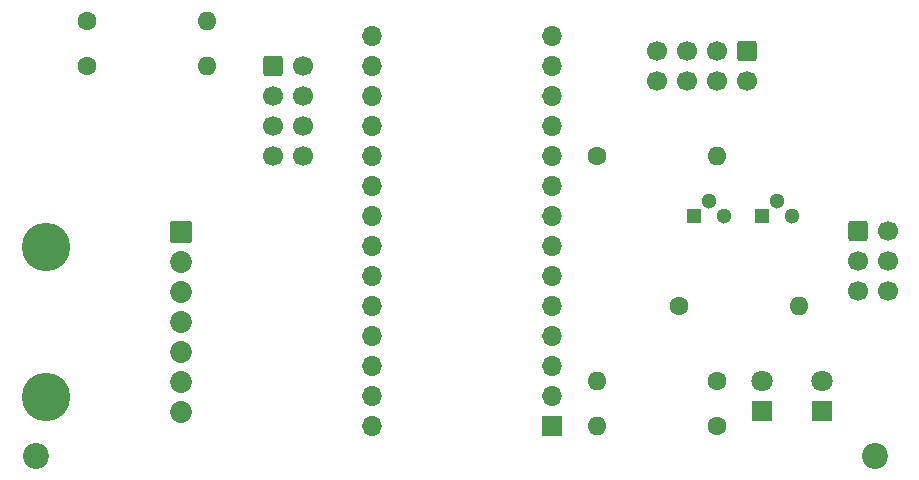
<source format=gbr>
%TF.GenerationSoftware,KiCad,Pcbnew,7.0.2*%
%TF.CreationDate,2023-05-16T00:09:37+02:00*%
%TF.ProjectId,PRO_MCU,50524f5f-4d43-4552-9e6b-696361645f70,rev?*%
%TF.SameCoordinates,Original*%
%TF.FileFunction,Soldermask,Bot*%
%TF.FilePolarity,Negative*%
%FSLAX45Y45*%
G04 Gerber Fmt 4.5, Leading zero omitted, Abs format (unit mm)*
G04 Created by KiCad (PCBNEW 7.0.2) date 2023-05-16 00:09:37*
%MOMM*%
%LPD*%
G01*
G04 APERTURE LIST*
G04 Aperture macros list*
%AMRoundRect*
0 Rectangle with rounded corners*
0 $1 Rounding radius*
0 $2 $3 $4 $5 $6 $7 $8 $9 X,Y pos of 4 corners*
0 Add a 4 corners polygon primitive as box body*
4,1,4,$2,$3,$4,$5,$6,$7,$8,$9,$2,$3,0*
0 Add four circle primitives for the rounded corners*
1,1,$1+$1,$2,$3*
1,1,$1+$1,$4,$5*
1,1,$1+$1,$6,$7*
1,1,$1+$1,$8,$9*
0 Add four rect primitives between the rounded corners*
20,1,$1+$1,$2,$3,$4,$5,0*
20,1,$1+$1,$4,$5,$6,$7,0*
20,1,$1+$1,$6,$7,$8,$9,0*
20,1,$1+$1,$8,$9,$2,$3,0*%
G04 Aperture macros list end*
%ADD10C,2.200000*%
%ADD11R,1.700000X1.700000*%
%ADD12O,1.700000X1.700000*%
%ADD13C,1.600000*%
%ADD14O,1.600000X1.600000*%
%ADD15RoundRect,0.250000X-0.600000X-0.600000X0.600000X-0.600000X0.600000X0.600000X-0.600000X0.600000X0*%
%ADD16C,1.700000*%
%ADD17R,1.300000X1.300000*%
%ADD18C,1.300000*%
%ADD19RoundRect,0.250000X-0.600000X0.600000X-0.600000X-0.600000X0.600000X-0.600000X0.600000X0.600000X0*%
%ADD20R,1.800000X1.800000*%
%ADD21C,1.800000*%
%ADD22C,4.101600*%
%ADD23RoundRect,0.050800X0.875000X0.875000X-0.875000X0.875000X-0.875000X-0.875000X0.875000X-0.875000X0*%
%ADD24C,1.851600*%
G04 APERTURE END LIST*
D10*
%TO.C,Logo*%
X-37890000Y-12949000D03*
X-30790000Y-12949000D03*
%TD*%
D11*
%TO.C,U2*%
X-33528000Y-12698400D03*
D12*
X-33528000Y-12444400D03*
X-33528000Y-12190400D03*
X-33528000Y-11936400D03*
X-33528000Y-11682400D03*
X-33528000Y-11428400D03*
X-33528000Y-11174400D03*
X-33528000Y-10920400D03*
X-33528000Y-10666400D03*
X-33528000Y-10412400D03*
X-33528000Y-10158400D03*
X-33528000Y-9904400D03*
X-33528000Y-9650400D03*
X-33528000Y-9396400D03*
X-35052000Y-9396400D03*
X-35052000Y-9650400D03*
X-35052000Y-9904400D03*
X-35052000Y-10158400D03*
X-35052000Y-10412400D03*
X-35052000Y-10666400D03*
X-35052000Y-10920400D03*
X-35052000Y-11174400D03*
X-35052000Y-11428400D03*
X-35052000Y-11682400D03*
X-35052000Y-11936400D03*
X-35052000Y-12190400D03*
X-35052000Y-12444400D03*
X-35052000Y-12698400D03*
%TD*%
D13*
%TO.C,R4*%
X-32448500Y-11684000D03*
D14*
X-31432500Y-11684000D03*
%TD*%
D13*
%TO.C,R1*%
X-32131000Y-12700000D03*
D14*
X-33147000Y-12700000D03*
%TD*%
D13*
%TO.C,R2*%
X-33147000Y-10414000D03*
D14*
X-32131000Y-10414000D03*
%TD*%
D15*
%TO.C,U1*%
X-30936250Y-11048500D03*
D16*
X-30682250Y-11048500D03*
X-30936250Y-11302500D03*
X-30682250Y-11302500D03*
X-30936250Y-11556500D03*
X-30682250Y-11556500D03*
%TD*%
D17*
%TO.C,Q2*%
X-31750000Y-10922000D03*
D18*
X-31623000Y-10795000D03*
X-31496000Y-10922000D03*
%TD*%
D13*
%TO.C,R6*%
X-37465000Y-9652000D03*
D14*
X-36449000Y-9652000D03*
%TD*%
D19*
%TO.C,U5*%
X-31877000Y-9525000D03*
D16*
X-31877000Y-9779000D03*
X-32131000Y-9525000D03*
X-32131000Y-9779000D03*
X-32385000Y-9525000D03*
X-32385000Y-9779000D03*
X-32639000Y-9525000D03*
X-32639000Y-9779000D03*
%TD*%
D17*
%TO.C,Q1*%
X-32321500Y-10922000D03*
D18*
X-32194500Y-10795000D03*
X-32067500Y-10922000D03*
%TD*%
D20*
%TO.C,D2*%
X-31242000Y-12573000D03*
D21*
X-31242000Y-12319000D03*
%TD*%
D13*
%TO.C,R5*%
X-37465000Y-9271000D03*
D14*
X-36449000Y-9271000D03*
%TD*%
D13*
%TO.C,R3*%
X-32131000Y-12319000D03*
D14*
X-33147000Y-12319000D03*
%TD*%
D15*
%TO.C,U4*%
X-35889250Y-9652000D03*
D16*
X-35635250Y-9652000D03*
X-35889250Y-9906000D03*
X-35635250Y-9906000D03*
X-35889250Y-10160000D03*
X-35635250Y-10160000D03*
X-35889250Y-10414000D03*
X-35635250Y-10414000D03*
%TD*%
D20*
%TO.C,D1*%
X-31750000Y-12573000D03*
D21*
X-31750000Y-12319000D03*
%TD*%
D22*
%TO.C,U3*%
X-37807150Y-11179650D03*
X-37807150Y-12449650D03*
D23*
X-36664150Y-11052650D03*
D24*
X-36664150Y-11306650D03*
X-36664150Y-11560650D03*
X-36664150Y-11814650D03*
X-36664150Y-12068650D03*
X-36664150Y-12322650D03*
X-36664150Y-12576650D03*
%TD*%
M02*

</source>
